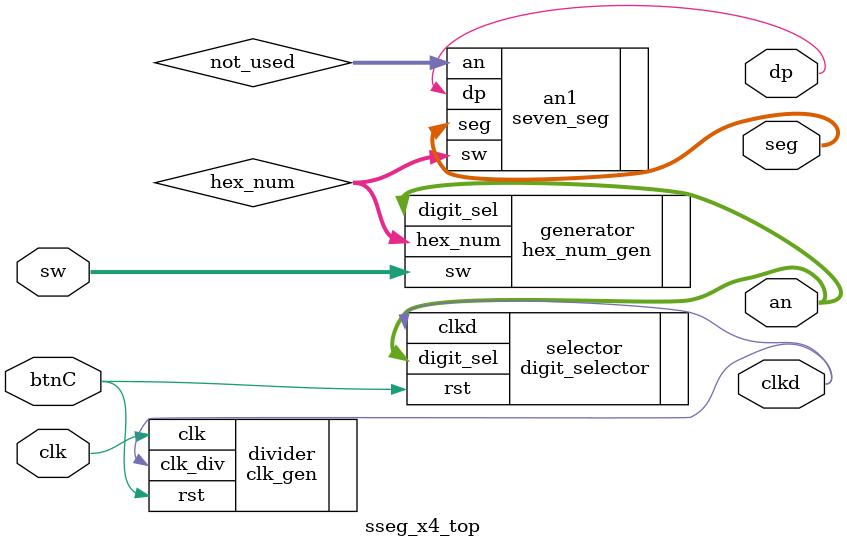
<source format=v>
`timescale 1ns / 1ps


module sseg_x4_top(
    input clk,
    input btnC,
    input [15:0] sw,
    output [6:0] seg,
    output [3:0] an,
    output dp,
    output clkd
    );
    
    wire [3:0] not_used;
    wire [3:0] hex_num;
    
    //clock divider module
    clk_gen divider(.clk(clk), .rst(btnC), .clk_div(clkd));

    //choose which digit will be displayed
    digit_selector selector(.clkd(clkd), .rst(btnC), .digit_sel(an));

    //match the inputs to the digit that is being displayed
    hex_num_gen generator(.digit_sel(an), .sw(sw), .hex_num(hex_num));
    
    //display a digit based on a four-bit input
    seven_seg an1(.sw(hex_num), .seg(seg), .dp(dp), .an(not_used));
    
endmodule

</source>
